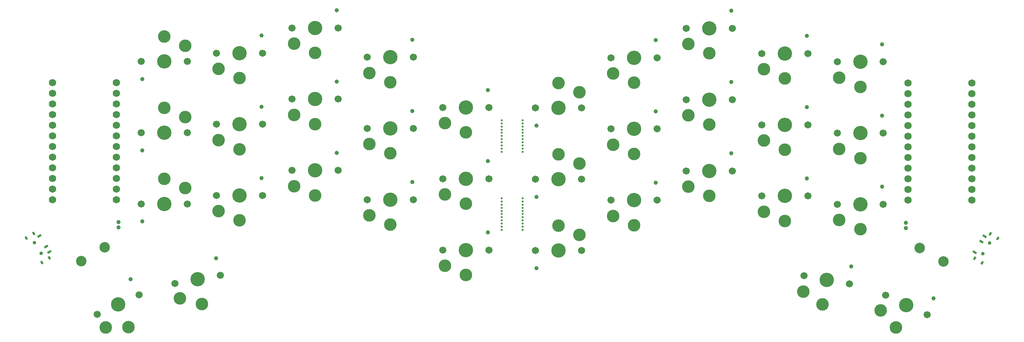
<source format=gts>
G04 #@! TF.GenerationSoftware,KiCad,Pcbnew,7.0.6*
G04 #@! TF.CreationDate,2024-10-08T23:05:02+02:00*
G04 #@! TF.ProjectId,KoalaKeeb_v1,4b6f616c-614b-4656-9562-5f76312e6b69,rev?*
G04 #@! TF.SameCoordinates,Original*
G04 #@! TF.FileFunction,Soldermask,Top*
G04 #@! TF.FilePolarity,Negative*
%FSLAX46Y46*%
G04 Gerber Fmt 4.6, Leading zero omitted, Abs format (unit mm)*
G04 Created by KiCad (PCBNEW 7.0.6) date 2024-10-08 23:05:02*
%MOMM*%
%LPD*%
G01*
G04 APERTURE LIST*
G04 Aperture macros list*
%AMRotRect*
0 Rectangle, with rotation*
0 The origin of the aperture is its center*
0 $1 length*
0 $2 width*
0 $3 Rotation angle, in degrees counterclockwise*
0 Add horizontal line*
21,1,$1,$2,0,0,$3*%
G04 Aperture macros list end*
%ADD10C,0.500000*%
%ADD11C,1.701800*%
%ADD12C,3.000000*%
%ADD13C,3.429000*%
%ADD14C,0.990600*%
%ADD15C,1.000000*%
%ADD16C,2.500000*%
%ADD17C,0.850000*%
%ADD18RotRect,0.500000X1.000000X302.400000*%
%ADD19RotRect,0.500000X0.800000X32.400000*%
%ADD20RotRect,0.500000X1.000000X57.600000*%
%ADD21RotRect,0.500000X0.800000X147.600000*%
%ADD22C,1.752600*%
G04 APERTURE END LIST*
D10*
X149100000Y-81240000D03*
X154100000Y-81240000D03*
X149100000Y-80490000D03*
X149100000Y-80490000D03*
X154100000Y-80490000D03*
X154100000Y-80490000D03*
X149100000Y-79740000D03*
X154100000Y-79740000D03*
X149100000Y-78990000D03*
X154100000Y-78990000D03*
X149100000Y-78240000D03*
X154100000Y-78240000D03*
X149100000Y-77490000D03*
X154100000Y-77490000D03*
X149100000Y-76740000D03*
X154100000Y-76740000D03*
X149100000Y-75990000D03*
X154100000Y-75990000D03*
X149100000Y-75240000D03*
X154100000Y-75240000D03*
X149100000Y-74490000D03*
X154100000Y-74490000D03*
X149100000Y-73740000D03*
X154100000Y-73740000D03*
D11*
X229187880Y-58170610D03*
D12*
X229687880Y-61920610D03*
D13*
X234687880Y-58170610D03*
D12*
X234687880Y-64120610D03*
D14*
X239907880Y-53970610D03*
D11*
X240187880Y-58170610D03*
D15*
X57672447Y-79435017D03*
X57672447Y-80685017D03*
D11*
X135076447Y-69060017D03*
D12*
X135576447Y-72810017D03*
D13*
X140576447Y-69060017D03*
D12*
X140576447Y-75010017D03*
D14*
X145796447Y-64860017D03*
D11*
X146076447Y-69060017D03*
X221271437Y-92215545D03*
D12*
X221112661Y-95995398D03*
D13*
X226687880Y-93170610D03*
D12*
X225654673Y-99030216D03*
D14*
X232557899Y-89940861D03*
D11*
X232104323Y-94125675D03*
X117076447Y-40060017D03*
D12*
X117576447Y-43810017D03*
D13*
X122576447Y-40060017D03*
D12*
X122576447Y-46010017D03*
D14*
X127796447Y-35860017D03*
D11*
X128076447Y-40060017D03*
D10*
X149120000Y-62600000D03*
X154120000Y-62600000D03*
X149120000Y-61850000D03*
X149120000Y-61850000D03*
X154120000Y-61850000D03*
X154120000Y-61850000D03*
X149120000Y-61100000D03*
X154120000Y-61100000D03*
X149120000Y-60350000D03*
X154120000Y-60350000D03*
X149120000Y-59600000D03*
X154120000Y-59600000D03*
X149120000Y-58850000D03*
X154120000Y-58850000D03*
X149120000Y-58100000D03*
X154120000Y-58100000D03*
X149120000Y-57350000D03*
X154120000Y-57350000D03*
X149120000Y-56600000D03*
X154120000Y-56600000D03*
X149120000Y-55850000D03*
X154120000Y-55850000D03*
X149120000Y-55100000D03*
X154120000Y-55100000D03*
D16*
X254502463Y-88795610D03*
X248873297Y-85545610D03*
D11*
X81076447Y-56060017D03*
D12*
X81576447Y-59810017D03*
D13*
X86576447Y-56060017D03*
D12*
X86576447Y-62010017D03*
D14*
X91796447Y-51860017D03*
D11*
X92076447Y-56060017D03*
X74076447Y-58060017D03*
D12*
X73576447Y-54310017D03*
D13*
X68576447Y-58060017D03*
D12*
X68576447Y-52110017D03*
D14*
X63356447Y-62260017D03*
D11*
X63076447Y-58060017D03*
X211187880Y-39170610D03*
D12*
X211687880Y-42920610D03*
D13*
X216687880Y-39170610D03*
D12*
X216687880Y-45120610D03*
D14*
X221907880Y-34970610D03*
D11*
X222187880Y-39170610D03*
X229187880Y-75170610D03*
D12*
X229687880Y-78920610D03*
D13*
X234687880Y-75170610D03*
D12*
X234687880Y-81120610D03*
D14*
X239907880Y-70970610D03*
D11*
X240187880Y-75170610D03*
X81076447Y-73060017D03*
D12*
X81576447Y-76810017D03*
D13*
X86576447Y-73060017D03*
D12*
X86576447Y-79010017D03*
D14*
X91796447Y-68860017D03*
D11*
X92076447Y-73060017D03*
X71160004Y-94015082D03*
D12*
X72303589Y-97621287D03*
D13*
X76576447Y-93060017D03*
D12*
X77609654Y-98919623D03*
D14*
X80987821Y-88017381D03*
D11*
X81992890Y-92104952D03*
X81076447Y-39060017D03*
D12*
X81576447Y-42810017D03*
D13*
X86576447Y-39060017D03*
D12*
X86576447Y-45010017D03*
D14*
X91796447Y-34860017D03*
D11*
X92076447Y-39060017D03*
X52591754Y-101384417D03*
D12*
X54629727Y-104571763D03*
D13*
X57576447Y-99060017D03*
D12*
X60091026Y-104452548D03*
D14*
X60532377Y-93047457D03*
D11*
X62561140Y-96735617D03*
D17*
X37632707Y-84293525D03*
X39240187Y-86826509D03*
D18*
X38792843Y-82669000D03*
X40400324Y-85201983D03*
X41204064Y-86468475D03*
D19*
X41171594Y-87910330D03*
X39398505Y-89035566D03*
X35701300Y-83209704D03*
X37474389Y-82084468D03*
D11*
X117076447Y-57060017D03*
D12*
X117576447Y-60810017D03*
D13*
X122576447Y-57060017D03*
D12*
X122576447Y-63010017D03*
D14*
X127796447Y-52860017D03*
D11*
X128076447Y-57060017D03*
X168187880Y-52170610D03*
D12*
X167687880Y-48420610D03*
D13*
X162687880Y-52170610D03*
D12*
X162687880Y-46220610D03*
D14*
X157467880Y-56370610D03*
D11*
X157187880Y-52170610D03*
X175187880Y-74170610D03*
D12*
X175687880Y-77920610D03*
D13*
X180687880Y-74170610D03*
D12*
X180687880Y-80120610D03*
D14*
X185907880Y-69970610D03*
D11*
X186187880Y-74170610D03*
X99076447Y-67060017D03*
D12*
X99576447Y-70810017D03*
D13*
X104576447Y-67060017D03*
D12*
X104576447Y-73010017D03*
D14*
X109796447Y-62860017D03*
D11*
X110076447Y-67060017D03*
X193187880Y-50170610D03*
D12*
X193687880Y-53920610D03*
D13*
X198687880Y-50170610D03*
D12*
X198687880Y-56120610D03*
D14*
X203907880Y-45970610D03*
D11*
X204187880Y-50170610D03*
D17*
X263944140Y-86927102D03*
X265551620Y-84394118D03*
D20*
X261980263Y-86569068D03*
X263587743Y-84036084D03*
X264391484Y-82769593D03*
D21*
X265709938Y-82185061D03*
X267483027Y-83310297D03*
X263785822Y-89136159D03*
X262012733Y-88010923D03*
D11*
X240703187Y-96846210D03*
D12*
X239571523Y-100456173D03*
D13*
X245687880Y-99170610D03*
D12*
X243173301Y-104563141D03*
D14*
X252193803Y-97570185D03*
D11*
X250672573Y-101495010D03*
D15*
X245591880Y-80795610D03*
X245591880Y-79545610D03*
D11*
X117076447Y-74060017D03*
D12*
X117576447Y-77810017D03*
D13*
X122576447Y-74060017D03*
D12*
X122576447Y-80010017D03*
D14*
X127796447Y-69860017D03*
D11*
X128076447Y-74060017D03*
X168187880Y-69170610D03*
D12*
X167687880Y-65420610D03*
D13*
X162687880Y-69170610D03*
D12*
X162687880Y-63220610D03*
D14*
X157467880Y-73370610D03*
D11*
X157187880Y-69170610D03*
D22*
X246067880Y-46200610D03*
X246067880Y-48740610D03*
X246067880Y-51280610D03*
X246067880Y-53820610D03*
X246067880Y-56360610D03*
X246067880Y-58900610D03*
X246067880Y-61440610D03*
X246067880Y-63980610D03*
X246067880Y-66520610D03*
X246067880Y-69060610D03*
X246067880Y-71600610D03*
X246067880Y-74140610D03*
X261307880Y-74140610D03*
X261307880Y-71600610D03*
X261307880Y-69060610D03*
X261307880Y-66520610D03*
X261307880Y-63980610D03*
X261307880Y-61440610D03*
X261307880Y-58900610D03*
X261307880Y-56360610D03*
X261307880Y-53820610D03*
X261307880Y-51280610D03*
X261307880Y-48740610D03*
X261307880Y-46200610D03*
D11*
X193187880Y-67170610D03*
D12*
X193687880Y-70920610D03*
D13*
X198687880Y-67170610D03*
D12*
X198687880Y-73120610D03*
D14*
X203907880Y-62970610D03*
D11*
X204187880Y-67170610D03*
X193187880Y-33170610D03*
D12*
X193687880Y-36920610D03*
D13*
X198687880Y-33170610D03*
D12*
X198687880Y-39120610D03*
D14*
X203907880Y-28970610D03*
D11*
X204187880Y-33170610D03*
X229187880Y-41170610D03*
D12*
X229687880Y-44920610D03*
D13*
X234687880Y-41170610D03*
D12*
X234687880Y-47120610D03*
D14*
X239907880Y-36970610D03*
D11*
X240187880Y-41170610D03*
X74076447Y-75060017D03*
D12*
X73576447Y-71310017D03*
D13*
X68576447Y-75060017D03*
D12*
X68576447Y-69110017D03*
D14*
X63356447Y-79260017D03*
D11*
X63076447Y-75060017D03*
X211187880Y-73170610D03*
D12*
X211687880Y-76920610D03*
D13*
X216687880Y-73170610D03*
D12*
X216687880Y-79120610D03*
D14*
X221907880Y-68970610D03*
D11*
X222187880Y-73170610D03*
X135076447Y-86060017D03*
D12*
X135576447Y-89810017D03*
D13*
X140576447Y-86060017D03*
D12*
X140576447Y-92010017D03*
D14*
X145796447Y-81860017D03*
D11*
X146076447Y-86060017D03*
X175187880Y-40170610D03*
D12*
X175687880Y-43920610D03*
D13*
X180687880Y-40170610D03*
D12*
X180687880Y-46120610D03*
D14*
X185907880Y-35970610D03*
D11*
X186187880Y-40170610D03*
X74076447Y-41060017D03*
D12*
X73576447Y-37310017D03*
D13*
X68576447Y-41060017D03*
D12*
X68576447Y-35110017D03*
D14*
X63356447Y-45260017D03*
D11*
X63076447Y-41060017D03*
D16*
X54391030Y-85435017D03*
X48761864Y-88685017D03*
D22*
X41956447Y-46090017D03*
X41956447Y-48630017D03*
X41956447Y-51170017D03*
X41956447Y-53710017D03*
X41956447Y-56250017D03*
X41956447Y-58790017D03*
X41956447Y-61330017D03*
X41956447Y-63870017D03*
X41956447Y-66410017D03*
X41956447Y-68950017D03*
X41956447Y-71490017D03*
X41956447Y-74030017D03*
X57196447Y-74030017D03*
X57196447Y-71490017D03*
X57196447Y-68950017D03*
X57196447Y-66410017D03*
X57196447Y-63870017D03*
X57196447Y-61330017D03*
X57196447Y-58790017D03*
X57196447Y-56250017D03*
X57196447Y-53710017D03*
X57196447Y-51170017D03*
X57196447Y-48630017D03*
X57196447Y-46090017D03*
D11*
X99076447Y-33060017D03*
D12*
X99576447Y-36810017D03*
D13*
X104576447Y-33060017D03*
D12*
X104576447Y-39010017D03*
D14*
X109796447Y-28860017D03*
D11*
X110076447Y-33060017D03*
X99076447Y-50060017D03*
D12*
X99576447Y-53810017D03*
D13*
X104576447Y-50060017D03*
D12*
X104576447Y-56010017D03*
D14*
X109796447Y-45860017D03*
D11*
X110076447Y-50060017D03*
X135076447Y-52060017D03*
D12*
X135576447Y-55810017D03*
D13*
X140576447Y-52060017D03*
D12*
X140576447Y-58010017D03*
D14*
X145796447Y-47860017D03*
D11*
X146076447Y-52060017D03*
X175187880Y-57170610D03*
D12*
X175687880Y-60920610D03*
D13*
X180687880Y-57170610D03*
D12*
X180687880Y-63120610D03*
D14*
X185907880Y-52970610D03*
D11*
X186187880Y-57170610D03*
X211187880Y-56170610D03*
D12*
X211687880Y-59920610D03*
D13*
X216687880Y-56170610D03*
D12*
X216687880Y-62120610D03*
D14*
X221907880Y-51970610D03*
D11*
X222187880Y-56170610D03*
X168187880Y-86170610D03*
D12*
X167687880Y-82420610D03*
D13*
X162687880Y-86170610D03*
D12*
X162687880Y-80220610D03*
D14*
X157467880Y-90370610D03*
D11*
X157187880Y-86170610D03*
M02*

</source>
